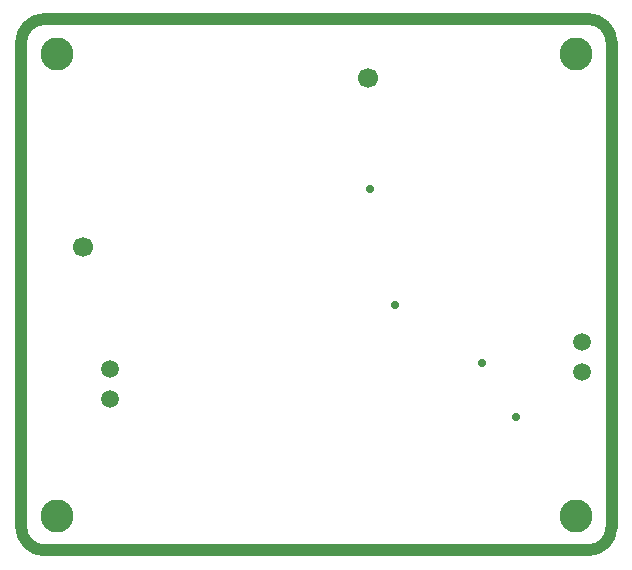
<source format=gbr>
G04*
G04 #@! TF.GenerationSoftware,Altium Limited,Altium Designer,24.1.2 (44)*
G04*
G04 Layer_Physical_Order=3*
G04 Layer_Color=128*
%FSLAX44Y44*%
%MOMM*%
G71*
G04*
G04 #@! TF.SameCoordinates,8F0F3E8E-BFDB-4773-B97D-B54856440852*
G04*
G04*
G04 #@! TF.FilePolarity,Negative*
G04*
G01*
G75*
%ADD40C,1.0160*%
%ADD41C,2.8000*%
%ADD42C,1.5000*%
%ADD43C,1.7000*%
%ADD44C,0.7000*%
D40*
X701040Y585150D02*
G03*
X721040Y565150I20000J0D01*
G01*
X1181040D02*
G03*
X1201040Y585150I0J20000D01*
G01*
Y995150D02*
G03*
X1181040Y1015150I-20000J0D01*
G01*
X721040D02*
G03*
X701040Y995150I0J-20000D01*
G01*
X721040Y565150D02*
X1181040D01*
X1201040Y585150D02*
Y995150D01*
X721040Y1015150D02*
X1181040D01*
X701040Y585150D02*
Y995150D01*
D41*
X1170940Y985520D02*
D03*
Y594360D02*
D03*
X731520D02*
D03*
Y985520D02*
D03*
D42*
X775970Y718820D02*
D03*
Y693420D02*
D03*
X1176020Y741680D02*
D03*
Y716280D02*
D03*
D43*
X994810Y965240D02*
D03*
X753070Y822090D02*
D03*
D44*
X1090930Y724154D02*
D03*
X996618Y870790D02*
D03*
X1120020Y678060D02*
D03*
X1017524Y772668D02*
D03*
M02*

</source>
